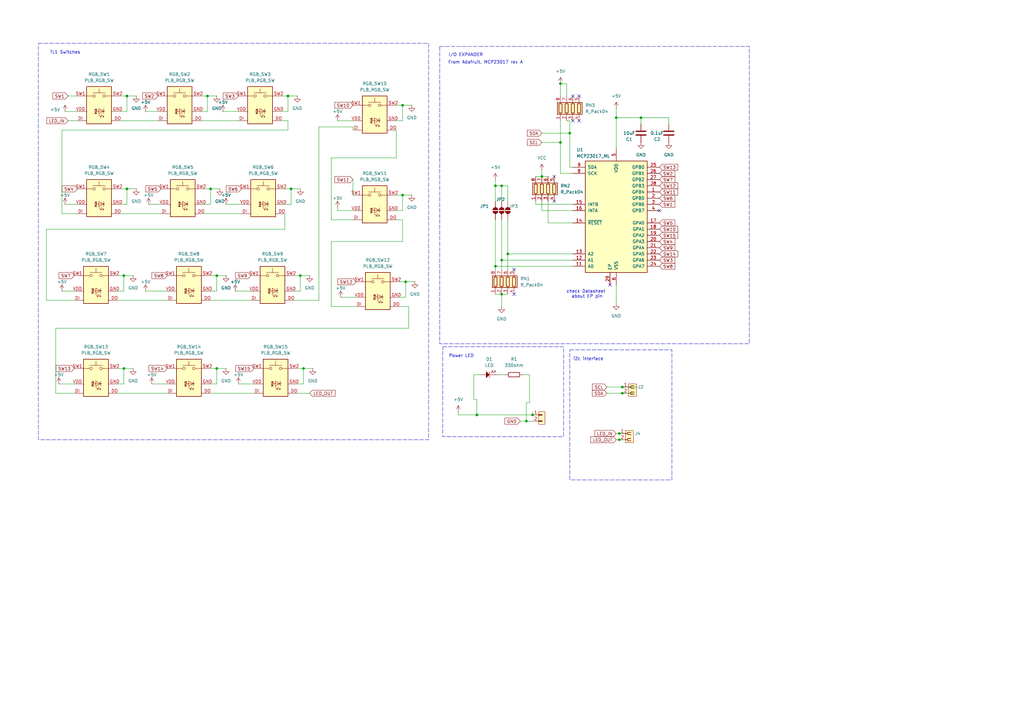
<source format=kicad_sch>
(kicad_sch (version 20231120) (generator "eeschema") (generator_version "8.0")
  (paper "A3")
  (lib_symbols
    (symbol "Device:C" (pin_numbers hide) (pin_names (offset 0.254))
      (property "Reference" "C" (at 0.635 2.54 0))
      (property "Value" "C" (at 0.635 -2.54 0))
      (symbol "C_0_1"
        (polyline (pts (xy -2.032 -0.762) (xy 2.032 -0.762)) (stroke (width 0.508)))
        (polyline (pts (xy -2.032 0.762) (xy 2.032 0.762)) (stroke (width 0.508)))
      )
      (symbol "C_1_1"
        (pin passive line (at 0 3.81 270) (length 2.794) (name "~") (number "1"))
        (pin passive line (at 0 -3.81 90) (length 2.794) (name "~") (number "2"))
      )
    )
    (symbol "Device:R_Pack04" (pin_names (offset 0) hide)
      (property "Reference" "RN" (at -7.62 0 90))
      (property "Value" "R_Pack04" (at 5.08 0 90))
      (symbol "R_Pack04_0_1"
        (rectangle (start -6.35 -2.413) (end 3.81 2.413) (stroke (width 0.254)) (fill (type background)))
        (rectangle (start -5.715 1.905) (end -4.445 -1.905) (stroke (width 0.254)))
        (rectangle (start -3.175 1.905) (end -1.905 -1.905) (stroke (width 0.254)))
        (rectangle (start -0.635 1.905) (end 0.635 -1.905) (stroke (width 0.254)))
        (polyline (pts (xy -5.08 -2.54) (xy -5.08 -1.905)))
        (polyline (pts (xy -5.08 1.905) (xy -5.08 2.54)))
        (polyline (pts (xy -2.54 -2.54) (xy -2.54 -1.905)))
        (polyline (pts (xy -2.54 1.905) (xy -2.54 2.54)))
        (polyline (pts (xy 0 -2.54) (xy 0 -1.905)))
        (polyline (pts (xy 0 1.905) (xy 0 2.54)))
        (polyline (pts (xy 2.54 -2.54) (xy 2.54 -1.905)))
        (polyline (pts (xy 2.54 1.905) (xy 2.54 2.54)))
        (rectangle (start 1.905 1.905) (end 3.175 -1.905) (stroke (width 0.254)))
      )
      (symbol "R_Pack04_1_1"
        (pin passive line (at -5.08 -5.08 90) (length 2.54) (name "R1.1") (number "1"))
        (pin passive line (at -2.54 -5.08 90) (length 2.54) (name "R2.1") (number "2"))
        (pin passive line (at 0 -5.08 90) (length 2.54) (name "R3.1") (number "3"))
        (pin passive line (at 2.54 -5.08 90) (length 2.54) (name "R4.1") (number "4"))
        (pin passive line (at 2.54 5.08 270) (length 2.54) (name "R4.2") (number "5"))
        (pin passive line (at 0 5.08 270) (length 2.54) (name "R3.2") (number "6"))
        (pin passive line (at -2.54 5.08 270) (length 2.54) (name "R2.2") (number "7"))
        (pin passive line (at -5.08 5.08 270) (length 2.54) (name "R1.2") (number "8"))
      )
    )
    (symbol "Interactiles_Symbol_Library:PLB_RGB_SW" (pin_names (offset 1.016) hide)
      (property "Reference" "RGB_SW" (at -3.556 8.636 0))
      (property "Value" "PLB_RGB_SW" (at 0.254 -11.43 0))
      (symbol "PLB_RGB_SW_0_0"
        (text "RGB" (at -1.27 -3.81 900) (effects (font (size 0.762 0.762))))
      )
      (symbol "PLB_RGB_SW_0_1"
        (rectangle (start -5.08 6.35) (end 5.08 -8.89) (stroke (width 0.254)) (fill (type background)))
        (circle (center -2.032 2.54) (radius 0.508))
        (polyline (pts (xy 0 3.81) (xy 0 5.588)))
        (polyline (pts (xy 0.889 -6.096) (xy 0.889 -5.588)))
        (polyline (pts (xy 1.905 -6.096) (xy 1.905 -5.588)))
        (polyline (pts (xy 1.905 -2.667) (xy 1.905 -4.699)))
        (polyline (pts (xy 2.54 3.81) (xy -2.54 3.81)))
        (polyline (pts (xy -0.635 -3.683) (xy 1.905 -3.683) (xy 2.413 -3.683)))
        (polyline (pts (xy -0.127 -5.08) (xy 0.889 -6.096) (xy 0.381 -6.096)))
        (polyline (pts (xy 0.889 -5.08) (xy 1.905 -6.096) (xy 1.397 -6.096)))
        (polyline (pts (xy -0.127 -2.667) (xy -0.127 -4.699) (xy 1.905 -3.683) (xy -0.127 -2.667)))
        (circle (center 2.032 2.54) (radius 0.508))
      )
      (symbol "PLB_RGB_SW_1_1"
        (polyline (pts (xy -6.35 -7.62) (xy -5.08 -7.62)))
        (polyline (pts (xy -6.35 -3.81) (xy -5.08 -3.81)))
        (polyline (pts (xy -6.35 2.54) (xy -2.54 2.54)))
        (polyline (pts (xy 6.35 -7.62) (xy 5.08 -7.62)))
        (polyline (pts (xy 6.35 -3.81) (xy 5.08 -3.81)))
        (polyline (pts (xy 6.35 2.54) (xy 2.54 2.54)))
        (pin input line (at -8.89 -7.62 0) (length 2.54) (name "DIN") (number "DI"))
        (pin output line (at 8.89 -7.62 180) (length 2.54) (name "DO") (number "DO"))
        (pin power_in line (at 8.89 -3.81 180) (length 2.54) (name "GND") (number "GND"))
        (pin passive line (at -8.89 2.54 0) (length 2.54) (name "SW1") (number "SW1"))
        (pin passive line (at 8.89 2.54 180) (length 2.54) (name "SW2") (number "SW2"))
        (pin power_in line (at -8.89 -3.81 0) (length 2.54) (name "VDD") (number "VDD"))
      )
    )
    (symbol "Interface_Expansion:MCP23017_ML" (pin_names (offset 1.016))
      (property "Reference" "U" (at -11.43 24.13 0))
      (property "Value" "MCP23017_ML" (at 0 0 0))
      (symbol "MCP23017_ML_0_1"
        (rectangle (start -12.7 22.86) (end 12.7 -22.86) (stroke (width 0.254)) (fill (type background)))
      )
      (symbol "MCP23017_ML_1_1"
        (pin bidirectional line (at 17.78 10.16 180) (length 5.08) (name "GPB4") (number "1"))
        (pin no_connect line (at -12.7 12.7 0) (length 5.08) hide (name "NC") (number "10"))
        (pin input line (at -17.78 -20.32 0) (length 5.08) (name "A0") (number "11"))
        (pin input line (at -17.78 -17.78 0) (length 5.08) (name "A1") (number "12"))
        (pin input line (at -17.78 -15.24 0) (length 5.08) (name "A2") (number "13"))
        (pin input line (at -17.78 -2.54 0) (length 5.08) (name "~{RESET}") (number "14"))
        (pin tri_state line (at -17.78 5.08 0) (length 5.08) (name "INTB") (number "15"))
        (pin tri_state line (at -17.78 2.54 0) (length 5.08) (name "INTA") (number "16"))
        (pin bidirectional line (at 17.78 -2.54 180) (length 5.08) (name "GPA0") (number "17"))
        (pin bidirectional line (at 17.78 -5.08 180) (length 5.08) (name "GPA1") (number "18"))
        (pin bidirectional line (at 17.78 -7.62 180) (length 5.08) (name "GPA2") (number "19"))
        (pin bidirectional line (at 17.78 7.62 180) (length 5.08) (name "GPB5") (number "2"))
        (pin bidirectional line (at 17.78 -10.16 180) (length 5.08) (name "GPA3") (number "20"))
        (pin bidirectional line (at 17.78 -12.7 180) (length 5.08) (name "GPA4") (number "21"))
        (pin bidirectional line (at 17.78 -15.24 180) (length 5.08) (name "GPA5") (number "22"))
        (pin bidirectional line (at 17.78 -17.78 180) (length 5.08) (name "GPA6") (number "23"))
        (pin bidirectional line (at 17.78 -20.32 180) (length 5.08) (name "GPA7") (number "24"))
        (pin bidirectional line (at 17.78 20.32 180) (length 5.08) (name "GPB0") (number "25"))
        (pin bidirectional line (at 17.78 17.78 180) (length 5.08) (name "GPB1") (number "26"))
        (pin bidirectional line (at 17.78 15.24 180) (length 5.08) (name "GPB2") (number "27"))
        (pin bidirectional line (at 17.78 12.7 180) (length 5.08) (name "GPB3") (number "28"))
        (pin passive line (at -2.54 -27.94 90) (length 5.08) (name "EP") (number "29"))
        (pin bidirectional line (at 17.78 5.08 180) (length 5.08) (name "GPB6") (number "3"))
        (pin bidirectional line (at 17.78 2.54 180) (length 5.08) (name "GPB7") (number "4"))
        (pin power_in line (at 0 27.94 270) (length 5.08) (name "VDD") (number "5"))
        (pin power_in line (at 0 -27.94 90) (length 5.08) (name "VSS") (number "6"))
        (pin no_connect line (at -12.7 15.24 0) (length 5.08) hide (name "NC") (number "7"))
        (pin input line (at -17.78 17.78 0) (length 5.08) (name "SCK") (number "8"))
        (pin bidirectional line (at -17.78 20.32 0) (length 5.08) (name "SDA") (number "9"))
      )
    )
    (symbol "Jumper:SolderJumper_2_Open" (pin_numbers hide) (pin_names (offset 0) hide) (exclude_from_sim yes) (in_bom no)
      (property "Reference" "JP" (at 0 2.032 0))
      (property "Value" "SolderJumper_2_Open" (at 0 -2.54 0))
      (symbol "SolderJumper_2_Open_0_1"
        (arc (start -0.254 1.016) (mid -1.2656 0) (end -0.254 -1.016))
        (arc (start -0.254 1.016) (mid -1.2656 0) (end -0.254 -1.016) (fill (type outline)))
        (polyline (pts (xy -0.254 1.016) (xy -0.254 -1.016)))
        (polyline (pts (xy 0.254 1.016) (xy 0.254 -1.016)))
        (arc (start 0.254 -1.016) (mid 1.2656 0) (end 0.254 1.016))
        (arc (start 0.254 -1.016) (mid 1.2656 0) (end 0.254 1.016) (fill (type outline)))
      )
      (symbol "SolderJumper_2_Open_1_1"
        (pin passive line (at -3.81 0 0) (length 2.54) (name "A") (number "1"))
        (pin passive line (at 3.81 0 180) (length 2.54) (name "B") (number "2"))
      )
    )
    (symbol "PCM_SL_Devices:LED"
      (property "Reference" "D" (at -0.508 5.334 0))
      (property "Value" "LED" (at -0.508 2.794 0))
      (symbol "LED_0_1"
        (polyline (pts (xy -1.27 0) (xy -2.54 0)))
        (polyline (pts (xy 0 1.27) (xy 0 -1.27)))
        (polyline (pts (xy 0.508 0.508) (xy 1.524 1.524)))
        (polyline (pts (xy 1.27 0) (xy 2.54 0)))
        (polyline (pts (xy 1.524 0.508) (xy 2.54 1.524)))
        (polyline (pts (xy 1.524 1.524) (xy 0.889 1.524)))
        (polyline (pts (xy 1.524 1.524) (xy 1.524 0.889)))
        (polyline (pts (xy 2.54 1.524) (xy 1.905 1.524)))
        (polyline (pts (xy 2.54 1.524) (xy 2.54 0.889)))
        (polyline (pts (xy 0 0) (xy -1.27 -1.27) (xy -1.27 1.27) (xy 0 0) (xy 1.27 0)) (fill (type outline)))
      )
      (symbol "LED_1_1"
        (pin passive line (at 3.81 0 180) (length 1.5) (name "~") (number "1"))
        (pin passive line (at -3.81 0 0) (length 1.5) (name "") (number "2"))
      )
    )
    (symbol "PCM_SL_Pin_Headers:PINHD_1x2_Female"
      (property "Reference" "J" (at 0 7.62 0))
      (property "Value" "PINHD_1x2_Female" (at 0 5.08 0))
      (symbol "PINHD_1x2_Female_0_1"
        (rectangle (start -1.27 2.54) (end 1.905 -2.54) (fill (type background)))
        (arc (start -0.508 -1.27) (mid -0.3592 -1.6292) (end 0 -1.778) (stroke (width 0.25)))
        (arc (start -0.508 1.27) (mid -0.3592 0.9108) (end 0 0.762) (stroke (width 0.25)))
        (arc (start 0 -0.762) (mid -0.3592 -0.9108) (end -0.508 -1.27) (stroke (width 0.25)))
        (polyline (pts (xy -1.27 -1.27) (xy -0.508 -1.27)) (stroke (width 0.25)))
        (polyline (pts (xy -1.27 1.27) (xy -0.508 1.27)) (stroke (width 0.25)))
        (polyline (pts (xy 0 -1.778) (xy 1.016 -1.778)) (stroke (width 0.25)))
        (polyline (pts (xy 0 -0.762) (xy 1.016 -0.762)) (stroke (width 0.25)))
        (polyline (pts (xy 0 0.762) (xy 1.016 0.762)) (stroke (width 0.25)))
        (polyline (pts (xy 0 1.778) (xy 1.016 1.778)) (stroke (width 0.25)))
        (arc (start 0 1.778) (mid -0.3592 1.6292) (end -0.508 1.27) (stroke (width 0.25)))
      )
      (symbol "PINHD_1x2_Female_1_1"
        (pin passive line (at -3.81 1.27 0) (length 2.54) (name "") (number "1"))
        (pin passive line (at -3.81 -1.27 0) (length 2.54) (name "") (number "2"))
      )
    )
    (symbol "PCM_SL_Pin_Headers:PINHD_1x2_Male"
      (property "Reference" "J" (at 0 6.35 0))
      (property "Value" "PINHD_1x2_Male" (at 0 3.81 0))
      (symbol "PINHD_1x2_Male_0_1"
        (rectangle (start -1.27 2.54) (end 1.27 -2.54) (fill (type background)))
        (polyline (pts (xy -1.27 -1.27) (xy 0 -1.27)) (stroke (width 0.3)))
        (polyline (pts (xy -1.27 -1.27) (xy 0 -1.27)) (stroke (width 0.5)))
        (polyline (pts (xy -1.27 1.27) (xy 0 1.27)) (stroke (width 0.3)))
        (polyline (pts (xy -1.27 1.27) (xy 0 1.27)) (stroke (width 0.5)))
      )
      (symbol "PINHD_1x2_Male_1_1"
        (pin passive line (at -3.81 1.27 0) (length 2.54) (name "") (number "1"))
        (pin passive line (at -3.81 -1.27 0) (length 2.54) (name "") (number "2"))
      )
    )
    (symbol "PCM_SL_Resistors:330ohm"
      (property "Reference" "R" (at 0 5.08 0))
      (property "Value" "330ohm" (at 0 2.54 0))
      (symbol "330ohm_0_1"
        (rectangle (start -2.286 0.889) (end 2.286 -0.889) (stroke (width 0.24)))
      )
      (symbol "330ohm_1_1"
        (pin passive line (at -3.81 0 0) (length 1.5) (name "") (number "1"))
        (pin passive line (at 3.81 0 180) (length 1.5) (name "~") (number "2"))
      )
    )
    (symbol "power:+5V" (power) (pin_numbers hide) (pin_names (offset 0) hide)
      (property "Value" "+5V" (at 0 3.556 0))
      (symbol "+5V_0_1"
        (polyline (pts (xy -0.762 1.27) (xy 0 2.54)))
        (polyline (pts (xy 0 0) (xy 0 2.54)))
        (polyline (pts (xy 0 2.54) (xy 0.762 1.27)))
      )
      (symbol "+5V_1_1"
        (pin power_in line (at 0 0 90) (length 0) (name "~") (number "1"))
      )
    )
    (symbol "power:GND" (power) (pin_numbers hide) (pin_names (offset 0) hide)
      (property "Value" "GND" (at 0 -3.81 0))
      (symbol "GND_0_1"
        (polyline (pts (xy 0 0) (xy 0 -1.27) (xy 1.27 -1.27) (xy 0 -2.54) (xy -1.27 -1.27) (xy 0 -1.27)))
      )
      (symbol "GND_1_1"
        (pin power_in line (at 0 0 270) (length 0) (name "~") (number "1"))
      )
    )
    (symbol "power:VCC" (power) (pin_numbers hide) (pin_names (offset 0) hide)
      (property "Value" "VCC" (at 0 3.556 0))
      (symbol "VCC_0_1"
        (polyline (pts (xy -0.762 1.27) (xy 0 2.54)))
        (polyline (pts (xy 0 0) (xy 0 2.54)))
        (polyline (pts (xy 0 2.54) (xy 0.762 1.27)))
      )
      (symbol "VCC_1_1"
        (pin power_in line (at 0 0 90) (length 0) (name "~") (number "1"))
      )
    )
  )
  (junction (at 229.87 58.42))
  (junction (at 123.19 113.03))
  (junction (at 195.58 170.18))
  (junction (at 88.9 113.03))
  (junction (at 255.27 158.75))
  (junction (at 262.89 48.26))
  (junction (at 233.68 54.61))
  (junction (at 203.2 109.22))
  (junction (at 124.46 151.13))
  (junction (at 119.38 77.47))
  (junction (at 222.25 72.39))
  (junction (at 166.37 115.57))
  (junction (at 52.07 77.47))
  (junction (at 52.07 39.37))
  (junction (at 165.1 43.18))
  (junction (at 205.74 106.68))
  (junction (at 165.1 80.01))
  (junction (at 254 180.34))
  (junction (at 203.2 76.2))
  (junction (at 218.44 170.18))
  (junction (at 255.27 161.29))
  (junction (at 205.74 120.65))
  (junction (at 50.8 151.13))
  (junction (at 205.74 76.2))
  (junction (at 86.36 77.47))
  (junction (at 215.9 172.72))
  (junction (at 252.73 48.26))
  (junction (at 85.09 39.37))
  (junction (at 118.11 39.37))
  (junction (at 50.8 113.03))
  (junction (at 254 177.8))
  (junction (at 88.9 151.13))
  (junction (at 229.87 34.29))
  (junction (at 208.28 104.14))
  (no_connect (at 234.95 39.37))
  (no_connect (at 210.82 110.49))
  (no_connect (at 250.19 116.84))
  (no_connect (at 210.82 120.65))
  (no_connect (at 270.51 86.36))
  (no_connect (at 237.49 49.53))
  (no_connect (at 227.33 72.39))
  (no_connect (at 227.33 82.55))
  (no_connect (at 234.95 49.53))
  (no_connect (at 237.49 39.37))
  (wire (pts (xy 217.17 165.1) (xy 215.9 165.1)))
  (wire (pts (xy 88.9 113.03) (xy 92.71 113.03)))
  (wire (pts (xy 205.74 90.17) (xy 205.74 106.68)))
  (wire (pts (xy 52.07 83.82) (xy 49.53 83.82)))
  (wire (pts (xy 165.1 49.53) (xy 162.56 49.53)))
  (wire (pts (xy 203.2 76.2) (xy 205.74 76.2)))
  (wire (pts (xy 25.4 53.34) (xy 25.4 87.63)))
  (wire (pts (xy 120.65 123.19) (xy 130.81 123.19)))
  (wire (pts (xy 19.05 123.19) (xy 30.48 123.19)))
  (wire (pts (xy 205.74 120.65) (xy 205.74 125.73)))
  (wire (pts (xy 162.56 53.34) (xy 162.56 64.77)))
  (wire (pts (xy 217.17 153.67) (xy 217.17 165.1)))
  (wire (pts (xy 124.46 151.13) (xy 128.27 151.13)))
  (wire (pts (xy 138.43 86.36) (xy 144.78 86.36)))
  (wire (pts (xy 144.78 73.66) (xy 144.78 80.01)))
  (wire (pts (xy 85.09 39.37) (xy 85.09 45.72)))
  (wire (pts (xy 203.2 120.65) (xy 205.74 120.65)))
  (wire (pts (xy 252.73 124.46) (xy 252.73 116.84)))
  (wire (pts (xy 130.81 52.07) (xy 144.78 52.07)))
  (wire (pts (xy 234.95 86.36) (xy 222.25 86.36)))
  (wire (pts (xy 86.36 161.29) (xy 104.14 161.29)))
  (wire (pts (xy 49.53 49.53) (xy 64.77 49.53)))
  (wire (pts (xy 119.38 83.82) (xy 116.84 83.82)))
  (wire (pts (xy 215.9 172.72) (xy 218.44 172.72)))
  (wire (pts (xy 116.84 93.98) (xy 19.05 93.98)))
  (wire (pts (xy 255.27 180.34) (xy 254 180.34)))
  (wire (pts (xy 118.11 49.53) (xy 118.11 53.34)))
  (wire (pts (xy 254 180.34) (xy 252.73 180.34)))
  (wire (pts (xy 115.57 49.53) (xy 118.11 49.53)))
  (wire (pts (xy 215.9 165.1) (xy 215.9 172.72)))
  (wire (pts (xy 166.37 115.57) (xy 163.83 115.57)))
  (wire (pts (xy 208.28 76.2) (xy 208.28 82.55)))
  (wire (pts (xy 52.07 77.47) (xy 52.07 83.82)))
  (wire (pts (xy 219.71 83.82) (xy 219.71 82.55)))
  (wire (pts (xy 262.89 48.26) (xy 274.32 48.26)))
  (wire (pts (xy 97.79 157.48) (xy 104.14 157.48)))
  (wire (pts (xy 162.56 86.36) (xy 165.1 86.36)))
  (wire (pts (xy 118.11 39.37) (xy 121.92 39.37)))
  (wire (pts (xy 222.25 82.55) (xy 222.25 86.36)))
  (wire (pts (xy 123.19 119.38) (xy 120.65 119.38)))
  (wire (pts (xy 205.74 106.68) (xy 205.74 110.49)))
  (wire (pts (xy 49.53 45.72) (xy 52.07 45.72)))
  (wire (pts (xy 229.87 71.12) (xy 229.87 58.42)))
  (wire (pts (xy 52.07 39.37) (xy 49.53 39.37)))
  (wire (pts (xy 52.07 77.47) (xy 49.53 77.47)))
  (wire (pts (xy 123.19 113.03) (xy 120.65 113.03)))
  (wire (pts (xy 27.94 39.37) (xy 31.75 39.37)))
  (wire (pts (xy 127 161.29) (xy 121.92 161.29)))
  (wire (pts (xy 50.8 151.13) (xy 50.8 157.48)))
  (wire (pts (xy 217.17 153.67) (xy 214.63 153.67)))
  (wire (pts (xy 135.89 125.73) (xy 146.05 125.73)))
  (wire (pts (xy 88.9 151.13) (xy 88.9 157.48)))
  (wire (pts (xy 27.94 49.53) (xy 31.75 49.53)))
  (wire (pts (xy 123.19 113.03) (xy 123.19 119.38)))
  (wire (pts (xy 234.95 91.44) (xy 224.79 91.44)))
  (wire (pts (xy 165.1 80.01) (xy 168.91 80.01)))
  (wire (pts (xy 274.32 50.8) (xy 274.32 48.26)))
  (wire (pts (xy 135.89 99.06) (xy 135.89 125.73)))
  (wire (pts (xy 52.07 39.37) (xy 55.88 39.37)))
  (wire (pts (xy 222.25 69.85) (xy 222.25 72.39)))
  (wire (pts (xy 86.36 83.82) (xy 83.82 83.82)))
  (wire (pts (xy 88.9 151.13) (xy 86.36 151.13)))
  (wire (pts (xy 130.81 123.19) (xy 130.81 52.07)))
  (wire (pts (xy 26.67 83.82) (xy 31.75 83.82)))
  (wire (pts (xy 138.43 86.36) (xy 138.43 85.09)))
  (wire (pts (xy 138.43 49.53) (xy 144.78 49.53)))
  (wire (pts (xy 59.69 119.38) (xy 68.58 119.38)))
  (wire (pts (xy 85.09 45.72) (xy 82.55 45.72)))
  (wire (pts (xy 252.73 48.26) (xy 252.73 60.96)))
  (wire (pts (xy 222.25 58.42) (xy 229.87 58.42)))
  (wire (pts (xy 165.1 43.18) (xy 168.91 43.18)))
  (wire (pts (xy 19.05 93.98) (xy 19.05 123.19)))
  (wire (pts (xy 165.1 90.17) (xy 165.1 99.06)))
  (wire (pts (xy 62.23 157.48) (xy 68.58 157.48)))
  (wire (pts (xy 205.74 76.2) (xy 205.74 82.55)))
  (wire (pts (xy 52.07 39.37) (xy 52.07 45.72)))
  (wire (pts (xy 119.38 77.47) (xy 116.84 77.47)))
  (wire (pts (xy 25.4 119.38) (xy 30.48 119.38)))
  (wire (pts (xy 232.41 49.53) (xy 233.68 49.53)))
  (wire (pts (xy 229.87 34.29) (xy 229.87 39.37)))
  (wire (pts (xy 92.71 83.82) (xy 99.06 83.82)))
  (wire (pts (xy 96.52 119.38) (xy 102.87 119.38)))
  (wire (pts (xy 86.36 77.47) (xy 90.17 77.47)))
  (wire (pts (xy 194.31 153.67) (xy 194.31 163.83)))
  (wire (pts (xy 48.26 161.29) (xy 68.58 161.29)))
  (wire (pts (xy 248.92 161.29) (xy 255.27 161.29)))
  (wire (pts (xy 205.74 106.68) (xy 234.95 106.68)))
  (wire (pts (xy 118.11 53.34) (xy 25.4 53.34)))
  (wire (pts (xy 49.53 87.63) (xy 66.04 87.63)))
  (wire (pts (xy 262.89 50.8) (xy 262.89 48.26)))
  (wire (pts (xy 50.8 151.13) (xy 54.61 151.13)))
  (wire (pts (xy 22.86 134.62) (xy 22.86 161.29)))
  (wire (pts (xy 222.25 72.39) (xy 224.79 72.39)))
  (wire (pts (xy 260.35 161.29) (xy 255.27 161.29)))
  (wire (pts (xy 213.36 172.72) (xy 215.9 172.72)))
  (wire (pts (xy 165.1 80.01) (xy 165.1 86.36)))
  (wire (pts (xy 166.37 115.57) (xy 166.37 121.92)))
  (wire (pts (xy 208.28 90.17) (xy 208.28 104.14)))
  (wire (pts (xy 222.25 54.61) (xy 233.68 54.61)))
  (wire (pts (xy 208.28 110.49) (xy 208.28 104.14)))
  (wire (pts (xy 187.96 170.18) (xy 195.58 170.18)))
  (wire (pts (xy 48.26 123.19) (xy 68.58 123.19)))
  (wire (pts (xy 165.1 80.01) (xy 162.56 80.01)))
  (wire (pts (xy 88.9 113.03) (xy 86.36 113.03)))
  (wire (pts (xy 50.8 113.03) (xy 50.8 119.38)))
  (wire (pts (xy 118.11 39.37) (xy 118.11 45.72)))
  (wire (pts (xy 123.19 113.03) (xy 127 113.03)))
  (wire (pts (xy 187.96 168.91) (xy 187.96 170.18)))
  (wire (pts (xy 205.74 120.65) (xy 208.28 120.65)))
  (wire (pts (xy 194.31 163.83) (xy 195.58 163.83)))
  (wire (pts (xy 91.44 45.72) (xy 97.79 45.72)))
  (wire (pts (xy 25.4 87.63) (xy 31.75 87.63)))
  (wire (pts (xy 85.09 39.37) (xy 88.9 39.37)))
  (wire (pts (xy 144.78 52.07) (xy 144.78 53.34)))
  (wire (pts (xy 88.9 151.13) (xy 92.71 151.13)))
  (wire (pts (xy 139.7 121.92) (xy 146.05 121.92)))
  (wire (pts (xy 205.74 76.2) (xy 208.28 76.2)))
  (wire (pts (xy 124.46 157.48) (xy 121.92 157.48)))
  (wire (pts (xy 167.64 134.62) (xy 22.86 134.62)))
  (wire (pts (xy 256.54 177.8) (xy 254 177.8)))
  (wire (pts (xy 248.92 158.75) (xy 255.27 158.75)))
  (wire (pts (xy 195.58 170.18) (xy 218.44 170.18)))
  (wire (pts (xy 219.71 83.82) (xy 234.95 83.82)))
  (wire (pts (xy 50.8 157.48) (xy 48.26 157.48)))
  (wire (pts (xy 124.46 151.13) (xy 121.92 151.13)))
  (wire (pts (xy 52.07 77.47) (xy 55.88 77.47)))
  (wire (pts (xy 166.37 115.57) (xy 170.18 115.57)))
  (wire (pts (xy 207.01 153.67) (xy 204.47 153.67)))
  (wire (pts (xy 163.83 125.73) (xy 167.64 125.73)))
  (wire (pts (xy 119.38 77.47) (xy 123.19 77.47)))
  (wire (pts (xy 22.86 161.29) (xy 30.48 161.29)))
  (wire (pts (xy 208.28 104.14) (xy 234.95 104.14)))
  (wire (pts (xy 163.83 121.92) (xy 166.37 121.92)))
  (wire (pts (xy 219.71 72.39) (xy 222.25 72.39)))
  (wire (pts (xy 167.64 125.73) (xy 167.64 134.62)))
  (wire (pts (xy 88.9 113.03) (xy 88.9 119.38)))
  (wire (pts (xy 203.2 90.17) (xy 203.2 109.22)))
  (wire (pts (xy 165.1 43.18) (xy 162.56 43.18)))
  (wire (pts (xy 26.67 45.72) (xy 31.75 45.72)))
  (wire (pts (xy 50.8 113.03) (xy 48.26 113.03)))
  (wire (pts (xy 229.87 58.42) (xy 229.87 49.53)))
  (wire (pts (xy 203.2 73.66) (xy 203.2 76.2)))
  (wire (pts (xy 224.79 91.44) (xy 224.79 82.55)))
  (wire (pts (xy 86.36 119.38) (xy 88.9 119.38)))
  (wire (pts (xy 124.46 151.13) (xy 124.46 157.48)))
  (wire (pts (xy 86.36 77.47) (xy 83.82 77.47)))
  (wire (pts (xy 165.1 43.18) (xy 165.1 49.53)))
  (wire (pts (xy 50.8 119.38) (xy 48.26 119.38)))
  (wire (pts (xy 135.89 64.77) (xy 135.89 90.17)))
  (wire (pts (xy 82.55 49.53) (xy 97.79 49.53)))
  (wire (pts (xy 165.1 99.06) (xy 135.89 99.06)))
  (wire (pts (xy 83.82 87.63) (xy 99.06 87.63)))
  (wire (pts (xy 119.38 77.47) (xy 119.38 83.82)))
  (wire (pts (xy 195.58 163.83) (xy 195.58 170.18)))
  (wire (pts (xy 116.84 87.63) (xy 116.84 93.98)))
  (wire (pts (xy 233.68 54.61) (xy 233.68 49.53)))
  (wire (pts (xy 60.96 83.82) (xy 66.04 83.82)))
  (wire (pts (xy 162.56 64.77) (xy 135.89 64.77)))
  (wire (pts (xy 234.95 68.58) (xy 233.68 68.58)))
  (wire (pts (xy 24.13 157.48) (xy 30.48 157.48)))
  (wire (pts (xy 261.62 158.75) (xy 255.27 158.75)))
  (wire (pts (xy 162.56 90.17) (xy 165.1 90.17)))
  (wire (pts (xy 252.73 48.26) (xy 262.89 48.26)))
  (wire (pts (xy 203.2 109.22) (xy 234.95 109.22)))
  (wire (pts (xy 254 177.8) (xy 252.73 177.8)))
  (wire (pts (xy 234.95 71.12) (xy 229.87 71.12)))
  (wire (pts (xy 252.73 44.45) (xy 252.73 48.26)))
  (wire (pts (xy 203.2 76.2) (xy 203.2 82.55)))
  (wire (pts (xy 194.31 153.67) (xy 196.85 153.67)))
  (wire (pts (xy 88.9 157.48) (xy 86.36 157.48)))
  (wire (pts (xy 233.68 68.58) (xy 233.68 54.61)))
  (wire (pts (xy 118.11 45.72) (xy 115.57 45.72)))
  (wire (pts (xy 50.8 113.03) (xy 54.61 113.03)))
  (wire (pts (xy 85.09 39.37) (xy 82.55 39.37)))
  (wire (pts (xy 229.87 34.29) (xy 232.41 34.29)))
  (wire (pts (xy 218.44 168.91) (xy 218.44 170.18)))
  (wire (pts (xy 118.11 39.37) (xy 115.57 39.37)))
  (wire (pts (xy 203.2 110.49) (xy 203.2 109.22)))
  (wire (pts (xy 50.8 151.13) (xy 48.26 151.13)))
  (wire (pts (xy 59.69 45.72) (xy 64.77 45.72)))
  (wire (pts (xy 86.36 77.47) (xy 86.36 83.82)))
  (wire (pts (xy 86.36 123.19) (xy 102.87 123.19)))
  (wire (pts (xy 232.41 34.29) (xy 232.41 39.37)))
  (wire (pts (xy 135.89 90.17) (xy 144.78 90.17)))
  (rectangle (start 15.748 17.78) (end 175.768 180.34) (stroke (width 0) (type dash)))
  (rectangle (start 180.34 19.05) (end 307.34 140.97) (stroke (width 0) (type dash)))
  (rectangle (start 181.61 142.24) (end 231.14 179.07) (stroke (width 0) (type dash)))
  (rectangle (start 233.68 143.51) (end 275.59 196.85) (stroke (width 0) (type dash)))
  (text "i2c interface" (at 241.3 147.32 0) (effects (font (size 1.27 1.27))))
  (text "check Datasheet \nabout EP pin" (at 240.792 120.65 0) (effects (font (size 1.27 1.27))))
  (text "TL1 Switches\n" (at 26.67 21.59 0) (effects (font (size 1.27 1.27))))
  (text "From Adafruit, MCP23017 rev A" (at 199.136 25.654 0) (effects (font (size 1.27 1.27))))
  (text "I/O EXPANDER" (at 191.008 22.606 0) (effects (font (size 1.27 1.27))))
  (text "Power LED" (at 189.23 146.05 0) (effects (font (size 1.27 1.27))))
  (global_label "SW2" (shape input) (at 64.77 39.37 180) (property "Intersheetrefs" "${INTERSHEET_REFS}" (effects (hide yes))))
  (global_label "SW15" (shape input) (at 270.51 96.52 0) (property "Intersheetrefs" "${INTERSHEET_REFS}" (effects (hide yes))))
  (global_label "SW5" (shape input) (at 66.04 77.47 180) (property "Intersheetrefs" "${INTERSHEET_REFS}" (effects (hide yes))))
  (global_label "SW7" (shape input) (at 270.51 73.66 0) (property "Intersheetrefs" "${INTERSHEET_REFS}" (effects (hide yes))))
  (global_label "SW14" (shape input) (at 68.58 151.13 180) (property "Intersheetrefs" "${INTERSHEET_REFS}" (effects (hide yes))))
  (global_label "SW14" (shape input) (at 270.51 104.14 0) (property "Intersheetrefs" "${INTERSHEET_REFS}" (effects (hide yes))))
  (global_label "SW10" (shape input) (at 270.51 93.98 0) (property "Intersheetrefs" "${INTERSHEET_REFS}" (effects (hide yes))))
  (global_label "SW12" (shape input) (at 146.05 115.57 180) (property "Intersheetrefs" "${INTERSHEET_REFS}" (effects (hide yes))))
  (global_label "SW4" (shape input) (at 31.75 77.47 180) (property "Intersheetrefs" "${INTERSHEET_REFS}" (effects (hide yes))))
  (global_label "SW1" (shape input) (at 27.94 39.37 180) (property "Intersheetrefs" "${INTERSHEET_REFS}" (effects (hide yes))))
  (global_label "SW9" (shape input) (at 270.51 101.6 0) (property "Intersheetrefs" "${INTERSHEET_REFS}" (effects (hide yes))))
  (global_label "LED_IN" (shape input) (at 27.94 49.53 180) (property "Intersheetrefs" "${INTERSHEET_REFS}" (effects (hide yes))))
  (global_label "SW8" (shape input) (at 270.51 109.22 0) (property "Intersheetrefs" "${INTERSHEET_REFS}" (effects (hide yes))))
  (global_label "SW5" (shape input) (at 270.51 91.44 0) (property "Intersheetrefs" "${INTERSHEET_REFS}" (effects (hide yes))))
  (global_label "SW4" (shape input) (at 270.51 99.06 0) (property "Intersheetrefs" "${INTERSHEET_REFS}" (effects (hide yes))))
  (global_label "SDA" (shape input) (at 248.92 161.29 180) (property "Intersheetrefs" "${INTERSHEET_REFS}" (effects (hide yes))))
  (global_label "SW13" (shape input) (at 270.51 68.58 0) (property "Intersheetrefs" "${INTERSHEET_REFS}" (effects (hide yes))))
  (global_label "GND" (shape input) (at 213.36 172.72 180) (property "Intersheetrefs" "${INTERSHEET_REFS}" (effects (hide yes))))
  (global_label "SW10" (shape input) (at 144.78 43.18 180) (property "Intersheetrefs" "${INTERSHEET_REFS}" (effects (hide yes))))
  (global_label "SW15" (shape input) (at 104.14 151.13 180) (property "Intersheetrefs" "${INTERSHEET_REFS}" (effects (hide yes))))
  (global_label "SW6" (shape input) (at 99.06 77.47 180) (property "Intersheetrefs" "${INTERSHEET_REFS}" (effects (hide yes))))
  (global_label "SW11" (shape input) (at 144.78 73.66 180) (property "Intersheetrefs" "${INTERSHEET_REFS}" (effects (hide yes))))
  (global_label "SW2" (shape input) (at 270.51 71.12 0) (property "Intersheetrefs" "${INTERSHEET_REFS}" (effects (hide yes))))
  (global_label "SW6" (shape input) (at 270.51 81.28 0) (property "Intersheetrefs" "${INTERSHEET_REFS}" (effects (hide yes))))
  (global_label "SW8" (shape input) (at 68.58 113.03 180) (property "Intersheetrefs" "${INTERSHEET_REFS}" (effects (hide yes))))
  (global_label "SW9" (shape input) (at 102.87 113.03 180) (property "Intersheetrefs" "${INTERSHEET_REFS}" (effects (hide yes))))
  (global_label "SCL" (shape input) (at 248.92 158.75 180) (property "Intersheetrefs" "${INTERSHEET_REFS}" (effects (hide yes))))
  (global_label "SW3" (shape input) (at 97.79 39.37 180) (property "Intersheetrefs" "${INTERSHEET_REFS}" (effects (hide yes))))
  (global_label "SDA" (shape input) (at 222.25 54.61 180) (property "Intersheetrefs" "${INTERSHEET_REFS}" (effects (hide yes))))
  (global_label "SCL" (shape input) (at 222.25 58.42 180) (property "Intersheetrefs" "${INTERSHEET_REFS}" (effects (hide yes))))
  (global_label "SW1" (shape input) (at 270.51 83.82 0) (property "Intersheetrefs" "${INTERSHEET_REFS}" (effects (hide yes))))
  (global_label "LED_OUT" (shape input) (at 252.73 180.34 180) (property "Intersheetrefs" "${INTERSHEET_REFS}" (effects (hide yes))))
  (global_label "SW13" (shape input) (at 30.48 151.13 180) (property "Intersheetrefs" "${INTERSHEET_REFS}" (effects (hide yes))))
  (global_label "SW11" (shape input) (at 270.51 78.74 0) (property "Intersheetrefs" "${INTERSHEET_REFS}" (effects (hide yes))))
  (global_label "SW3" (shape input) (at 270.51 106.68 0) (property "Intersheetrefs" "${INTERSHEET_REFS}" (effects (hide yes))))
  (global_label "SW12" (shape input) (at 270.51 76.2 0) (property "Intersheetrefs" "${INTERSHEET_REFS}" (effects (hide yes))))
  (global_label "LED_IN" (shape input) (at 252.73 177.8 180) (property "Intersheetrefs" "${INTERSHEET_REFS}" (effects (hide yes))))
  (global_label "LED_OUT" (shape input) (at 127 161.29 0) (property "Intersheetrefs" "${INTERSHEET_REFS}" (effects (hide yes))))
  (global_label "SW7" (shape input) (at 30.48 113.03 180) (property "Intersheetrefs" "${INTERSHEET_REFS}" (effects (hide yes))))
  (symbol (lib_id "power:+5V") (at 229.87 34.29 0) (unit 1)
    (property "Reference" "#PWR035" (effects (hide yes)))
    (property "Value" "+5V" (at 229.87 29.21 0))
    (property "Description" "Power symbol creates a global label with name \"+5V\"" (effects (hide yes)))
  )
  (symbol (lib_id "Interactiles_Symbol_Library:PLB_RGB_SW") (at 40.64 41.91 0) (unit 1)
    (property "Reference" "RGB_SW1" (at 40.64 30.48 0))
    (property "Value" "PLB_RGB_SW" (at 40.64 33.02 0))
    (property "Footprint" "SilvansFootprintLibrary:TL1_RBG_Adressable_1_mini" (effects (hide yes)))
  )
  (symbol (lib_id "power:+5V") (at 96.52 119.38 0) (unit 1)
    (property "Reference" "#PWR019" (effects (hide yes)))
    (property "Value" "+5V" (at 96.52 115.57 0))
    (property "Description" "Power symbol creates a global label with name \"+5V\"" (effects (hide yes)))
  )
  (symbol (lib_id "power:GND") (at 121.92 39.37 0) (unit 1)
    (property "Reference" "#PWR06" (effects (hide yes)))
    (property "Value" "GND" (at 121.92 44.45 0))
    (property "Description" "Power symbol creates a global label with name \"GND\" , ground" (effects (hide yes)))
  )
  (symbol (lib_id "Interactiles_Symbol_Library:PLB_RGB_SW") (at 153.67 45.72 0) (unit 1)
    (property "Reference" "RGB_SW10" (at 153.67 34.29 0))
    (property "Value" "PLB_RGB_SW" (at 153.67 36.83 0))
    (property "Footprint" "SilvansFootprintLibrary:TL1_RBG_Adressable_1_mini" (effects (hide yes)))
  )
  (symbol (lib_id "power:GND") (at 90.17 77.47 0) (unit 1)
    (property "Reference" "#PWR012" (effects (hide yes)))
    (property "Value" "GND" (at 90.17 82.55 0))
    (property "Description" "Power symbol creates a global label with name \"GND\" , ground" (effects (hide yes)))
  )
  (symbol (lib_id "power:+5V") (at 59.69 119.38 0) (unit 1)
    (property "Reference" "#PWR021" (effects (hide yes)))
    (property "Value" "+5V" (at 59.69 115.57 0))
    (property "Description" "Power symbol creates a global label with name \"+5V\"" (effects (hide yes)))
  )
  (symbol (lib_id "power:GND") (at 55.88 39.37 0) (unit 1)
    (property "Reference" "#PWR02" (effects (hide yes)))
    (property "Value" "GND" (at 55.88 44.45 0))
    (property "Description" "Power symbol creates a global label with name \"GND\" , ground" (effects (hide yes)))
  )
  (symbol (lib_id "power:GND") (at 205.74 125.73 0) (unit 1)
    (property "Reference" "#PWR036" (effects (hide yes)))
    (property "Value" "GND" (at 205.74 130.81 0))
    (property "Description" "Power symbol creates a global label with name \"GND\" , ground" (effects (hide yes)))
  )
  (symbol (lib_id "Device:R_Pack04") (at 234.95 44.45 0) (unit 1)
    (property "Reference" "RN3" (at 240.03 43.1799 0) (effects (justify left)))
    (property "Value" "R_Pack04" (at 240.03 45.7199 0) (effects (justify left)))
    (property "Footprint" "Resistor_SMD:R_Array_Convex_4x0603" (effects (hide yes)))
    (property "Description" "4 resistor network, parallel topology" (effects (hide yes)))
  )
  (symbol (lib_id "power:+5V") (at 25.4 119.38 0) (unit 1)
    (property "Reference" "#PWR023" (effects (hide yes)))
    (property "Value" "+5V" (at 25.4 115.57 0))
    (property "Description" "Power symbol creates a global label with name \"+5V\"" (effects (hide yes)))
  )
  (symbol (lib_id "Jumper:SolderJumper_2_Open") (at 208.28 86.36 90) (unit 1) (exclude_from_sim yes) (in_bom no)
    (property "Reference" "JP3" (at 208.788 84.582 90) (effects (justify right)))
    (property "Value" "SolderJumper_2_Open" (effects (hide yes)))
    (property "Footprint" "Jumper:SolderJumper-2_P1.3mm_Open_RoundedPad1.0x1.5mm" (effects (hide yes)))
    (property "Description" "Solder Jumper, 2-pole, open" (effects (hide yes)))
  )
  (symbol (lib_id "power:GND") (at 54.61 151.13 0) (unit 1)
    (property "Reference" "#PWR026" (effects (hide yes)))
    (property "Value" "GND" (at 54.61 156.21 0))
    (property "Description" "Power symbol creates a global label with name \"GND\" , ground" (effects (hide yes)))
  )
  (symbol (lib_id "power:GND") (at 92.71 113.03 0) (unit 1)
    (property "Reference" "#PWR022" (effects (hide yes)))
    (property "Value" "GND" (at 92.71 118.11 0))
    (property "Description" "Power symbol creates a global label with name \"GND\" , ground" (effects (hide yes)))
  )
  (symbol (lib_id "power:VCC") (at 222.25 69.85 0) (unit 1)
    (property "Reference" "#PWR038" (effects (hide yes)))
    (property "Value" "VCC" (at 222.25 64.77 0))
    (property "Description" "Power symbol creates a global label with name \"VCC\"" (effects (hide yes)))
  )
  (symbol (lib_id "Interactiles_Symbol_Library:PLB_RGB_SW") (at 106.68 41.91 0) (unit 1)
    (property "Reference" "RGB_SW3" (at 106.68 30.48 0))
    (property "Value" "PLB_RGB_SW" (at 106.68 33.02 0))
    (property "Footprint" "SilvansFootprintLibrary:TL1_RBG_Adressable_1_mini" (effects (hide yes)))
  )
  (symbol (lib_id "power:+5V") (at 97.79 157.48 0) (unit 1)
    (property "Reference" "#PWR029" (effects (hide yes)))
    (property "Value" "+5V" (at 97.79 153.67 0))
    (property "Description" "Power symbol creates a global label with name \"+5V\"" (effects (hide yes)))
  )
  (symbol (lib_id "power:+5V") (at 187.96 168.91 0) (unit 1)
    (property "Reference" "#PWR031" (effects (hide yes)))
    (property "Value" "+5V" (at 187.96 163.83 0))
    (property "Description" "Power symbol creates a global label with name \"+5V\"" (effects (hide yes)))
  )
  (symbol (lib_id "Jumper:SolderJumper_2_Open") (at 203.2 86.36 90) (unit 1) (exclude_from_sim yes) (in_bom no)
    (property "Reference" "JP1" (at 196.85 84.582 90) (effects (justify right)))
    (property "Value" "SolderJumper_2_Open" (effects (hide yes)))
    (property "Footprint" "Jumper:SolderJumper-2_P1.3mm_Open_RoundedPad1.0x1.5mm" (effects (hide yes)))
    (property "Description" "Solder Jumper, 2-pole, open" (effects (hide yes)))
  )
  (symbol (lib_id "Device:C") (at 274.32 54.61 0) (unit 1)
    (property "Reference" "C2" (at 269.494 57.15 0))
    (property "Value" "0.1uF" (at 269.494 54.61 0))
    (property "Footprint" "Capacitor_SMD:C_0603_1608Metric_Pad1.08x0.95mm_HandSolder" (effects (hide yes)))
    (property "Description" "Unpolarized capacitor" (effects (hide yes)))
  )
  (symbol (lib_id "power:+5V") (at 24.13 157.48 0) (unit 1)
    (property "Reference" "#PWR025" (effects (hide yes)))
    (property "Value" "+5V" (at 24.13 153.67 0))
    (property "Description" "Power symbol creates a global label with name \"+5V\"" (effects (hide yes)))
  )
  (symbol (lib_id "Interactiles_Symbol_Library:PLB_RGB_SW") (at 39.37 153.67 0) (unit 1)
    (property "Reference" "RGB_SW13" (at 39.37 142.24 0))
    (property "Value" "PLB_RGB_SW" (at 39.37 144.78 0))
    (property "Footprint" "SilvansFootprintLibrary:TL1_RBG_Adressable_1_mini" (effects (hide yes)))
  )
  (symbol (lib_id "Interactiles_Symbol_Library:PLB_RGB_SW") (at 77.47 153.67 0) (unit 1)
    (property "Reference" "RGB_SW14" (at 77.47 142.24 0))
    (property "Value" "PLB_RGB_SW" (at 77.47 144.78 0))
    (property "Footprint" "SilvansFootprintLibrary:TL1_RBG_Adressable_1_mini" (effects (hide yes)))
  )
  (symbol (lib_id "power:+5V") (at 138.43 49.53 0) (unit 1)
    (property "Reference" "#PWR07" (effects (hide yes)))
    (property "Value" "+5V" (at 138.43 45.72 0))
    (property "Description" "Power symbol creates a global label with name \"+5V\"" (effects (hide yes)))
  )
  (symbol (lib_id "power:GND") (at 168.91 43.18 0) (unit 1)
    (property "Reference" "#PWR08" (effects (hide yes)))
    (property "Value" "GND" (at 168.91 48.26 0))
    (property "Description" "Power symbol creates a global label with name \"GND\" , ground" (effects (hide yes)))
  )
  (symbol (lib_id "power:GND") (at 88.9 39.37 0) (unit 1)
    (property "Reference" "#PWR04" (effects (hide yes)))
    (property "Value" "GND" (at 88.9 44.45 0))
    (property "Description" "Power symbol creates a global label with name \"GND\" , ground" (effects (hide yes)))
  )
  (symbol (lib_id "power:GND") (at 168.91 80.01 0) (unit 1)
    (property "Reference" "#PWR016" (effects (hide yes)))
    (property "Value" "GND" (at 168.91 85.09 0))
    (property "Description" "Power symbol creates a global label with name \"GND\" , ground" (effects (hide yes)))
  )
  (symbol (lib_id "Device:R_Pack04") (at 224.79 77.47 0) (unit 1)
    (property "Reference" "RN2" (at 229.87 76.1999 0) (effects (justify left)))
    (property "Value" "R_Pack04" (at 229.87 78.7399 0) (effects (justify left)))
    (property "Footprint" "Resistor_SMD:R_Array_Convex_4x0603" (effects (hide yes)))
    (property "Description" "4 resistor network, parallel topology" (effects (hide yes)))
  )
  (symbol (lib_id "power:+5V") (at 138.43 85.09 0) (unit 1)
    (property "Reference" "#PWR015" (effects (hide yes)))
    (property "Value" "+5V" (at 138.43 81.28 0))
    (property "Description" "Power symbol creates a global label with name \"+5V\"" (effects (hide yes)))
  )
  (symbol (lib_id "Jumper:SolderJumper_2_Open") (at 205.74 86.36 90) (unit 1) (exclude_from_sim yes) (in_bom no)
    (property "Reference" "JP2" (at 203.454 81.788 90) (effects (justify right)))
    (property "Value" "SolderJumper_2_Open" (effects (hide yes)))
    (property "Footprint" "Jumper:SolderJumper-2_P1.3mm_Open_RoundedPad1.0x1.5mm" (effects (hide yes)))
    (property "Description" "Solder Jumper, 2-pole, open" (effects (hide yes)))
  )
  (symbol (lib_id "Device:R_Pack04") (at 208.28 115.57 0) (unit 1)
    (property "Reference" "RN1" (at 213.36 114.2999 0) (effects (justify left)))
    (property "Value" "R_Pack04" (at 213.36 116.8399 0) (effects (justify left)))
    (property "Footprint" "Resistor_SMD:R_Array_Convex_4x0603" (effects (hide yes)))
    (property "Description" "4 resistor network, parallel topology" (effects (hide yes)))
  )
  (symbol (lib_id "power:GND") (at 262.89 58.42 0) (unit 1)
    (property "Reference" "#PWR043" (effects (hide yes)))
    (property "Value" "GND" (at 262.89 63.5 0))
    (property "Description" "Power symbol creates a global label with name \"GND\" , ground" (effects (hide yes)))
  )
  (symbol (lib_id "power:+5V") (at 203.2 73.66 0) (unit 1)
    (property "Reference" "#PWR034" (effects (hide yes)))
    (property "Value" "+5V" (at 203.2 68.58 0))
    (property "Description" "Power symbol creates a global label with name \"+5V\"" (effects (hide yes)))
  )
  (symbol (lib_id "power:GND") (at 170.18 115.57 0) (unit 1)
    (property "Reference" "#PWR018" (effects (hide yes)))
    (property "Value" "GND" (at 170.18 120.65 0))
    (property "Description" "Power symbol creates a global label with name \"GND\" , ground" (effects (hide yes)))
  )
  (symbol (lib_id "power:GND") (at 252.73 124.46 0) (unit 1)
    (property "Reference" "#PWR042" (effects (hide yes)))
    (property "Value" "GND" (at 252.73 129.54 0))
    (property "Description" "Power symbol creates a global label with name \"GND\" , ground" (effects (hide yes)))
  )
  (symbol (lib_id "Interactiles_Symbol_Library:PLB_RGB_SW") (at 74.93 80.01 0) (unit 1)
    (property "Reference" "RGB_SW5" (at 74.93 68.58 0))
    (property "Value" "PLB_RGB_SW" (at 74.93 71.12 0))
    (property "Footprint" "SilvansFootprintLibrary:TL1_RBG_Adressable_1_mini" (effects (hide yes)))
  )
  (symbol (lib_id "power:+5V") (at 59.69 45.72 0) (unit 1)
    (property "Reference" "#PWR03" (effects (hide yes)))
    (property "Value" "+5V" (at 59.69 41.91 0))
    (property "Description" "Power symbol creates a global label with name \"+5V\"" (effects (hide yes)))
  )
  (symbol (lib_id "PCM_SL_Pin_Headers:PINHD_1x2_Female") (at 259.08 160.02 0) (unit 1)
    (property "Reference" "J2" (at 261.62 158.7499 0) (effects (justify left)))
    (property "Value" "PINHD_1x2_Female" (effects (hide yes)))
    (property "Footprint" "Connector_PinHeader_2.00mm:PinHeader_1x02_P2.00mm_Vertical" (effects (hide yes)))
    (property "Description" "Pin Header female with pin space 2.54mm. Pin Count -2" (effects (hide yes)))
  )
  (symbol (lib_id "power:GND") (at 92.71 151.13 0) (unit 1)
    (property "Reference" "#PWR028" (effects (hide yes)))
    (property "Value" "GND" (at 92.71 156.21 0))
    (property "Description" "Power symbol creates a global label with name \"GND\" , ground" (effects (hide yes)))
  )
  (symbol (lib_id "Interactiles_Symbol_Library:PLB_RGB_SW") (at 154.94 118.11 0) (unit 1)
    (property "Reference" "RGB_SW12" (at 154.94 106.68 0))
    (property "Value" "PLB_RGB_SW" (at 154.94 109.22 0))
    (property "Footprint" "SilvansFootprintLibrary:TL1_RBG_Adressable_1_mini" (effects (hide yes)))
  )
  (symbol (lib_id "power:+5V") (at 92.71 83.82 0) (unit 1)
    (property "Reference" "#PWR013" (effects (hide yes)))
    (property "Value" "+5V" (at 92.71 80.01 0))
    (property "Description" "Power symbol creates a global label with name \"+5V\"" (effects (hide yes)))
  )
  (symbol (lib_id "Device:C") (at 262.89 54.61 0) (unit 1)
    (property "Reference" "C1" (at 258.064 57.15 0))
    (property "Value" "10uF" (at 258.064 54.61 0))
    (property "Footprint" "Capacitor_SMD:C_0603_1608Metric_Pad1.08x0.95mm_HandSolder" (effects (hide yes)))
    (property "Description" "Unpolarized capacitor" (effects (hide yes)))
  )
  (symbol (lib_id "Interactiles_Symbol_Library:PLB_RGB_SW") (at 40.64 80.01 0) (unit 1)
    (property "Reference" "RGB_SW4" (at 40.64 68.58 0))
    (property "Value" "PLB_RGB_SW" (at 40.64 71.12 0))
    (property "Footprint" "SilvansFootprintLibrary:TL1_RBG_Adressable_1_mini" (effects (hide yes)))
  )
  (symbol (lib_id "Interactiles_Symbol_Library:PLB_RGB_SW") (at 107.95 80.01 0) (unit 1)
    (property "Reference" "RGB_SW6" (at 107.95 68.58 0))
    (property "Value" "PLB_RGB_SW" (at 107.95 71.12 0))
    (property "Footprint" "SilvansFootprintLibrary:TL1_RBG_Adressable_1_mini" (effects (hide yes)))
  )
  (symbol (lib_id "PCM_SL_Resistors:330ohm") (at 210.82 153.67 0) (unit 1)
    (property "Reference" "R1" (at 210.82 147.32 0))
    (property "Value" "330ohm" (at 210.82 149.86 0))
    (property "Footprint" "Resistor_SMD:R_0603_1608Metric_Pad0.98x0.95mm_HandSolder" (effects (hide yes)))
    (property "Description" "330Ω, 1/4W Resistor" (effects (hide yes)))
  )
  (symbol (lib_id "power:GND") (at 123.19 77.47 0) (unit 1)
    (property "Reference" "#PWR014" (effects (hide yes)))
    (property "Value" "GND" (at 123.19 82.55 0))
    (property "Description" "Power symbol creates a global label with name \"GND\" , ground" (effects (hide yes)))
  )
  (symbol (lib_id "power:+5V") (at 91.44 45.72 0) (unit 1)
    (property "Reference" "#PWR05" (effects (hide yes)))
    (property "Value" "+5V" (at 91.44 41.91 0))
    (property "Description" "Power symbol creates a global label with name \"+5V\"" (effects (hide yes)))
  )
  (symbol (lib_id "PCM_SL_Pin_Headers:PINHD_1x2_Female") (at 257.81 179.07 0) (unit 1)
    (property "Reference" "J4" (at 260.35 177.7999 0) (effects (justify left)))
    (property "Value" "PINHD_1x2_Female" (effects (hide yes)))
    (property "Footprint" "Connector_PinHeader_2.00mm:PinHeader_1x02_P2.00mm_Vertical" (effects (hide yes)))
    (property "Description" "Pin Header female with pin space 2.54mm. Pin Count -2" (effects (hide yes)))
  )
  (symbol (lib_id "power:+5V") (at 26.67 45.72 0) (unit 1)
    (property "Reference" "#PWR01" (effects (hide yes)))
    (property "Value" "+5V" (at 22.606 44.958 0))
    (property "Description" "Power symbol creates a global label with name \"+5V\"" (effects (hide yes)))
  )
  (symbol (lib_id "power:GND") (at 55.88 77.47 0) (unit 1)
    (property "Reference" "#PWR010" (effects (hide yes)))
    (property "Value" "GND" (at 55.88 82.55 0))
    (property "Description" "Power symbol creates a global label with name \"GND\" , ground" (effects (hide yes)))
  )
  (symbol (lib_id "Interactiles_Symbol_Library:PLB_RGB_SW") (at 77.47 115.57 0) (unit 1)
    (property "Reference" "RGB_SW8" (at 77.47 104.14 0))
    (property "Value" "PLB_RGB_SW" (at 77.47 106.68 0))
    (property "Footprint" "SilvansFootprintLibrary:TL1_RBG_Adressable_1_mini" (effects (hide yes)))
  )
  (symbol (lib_id "power:+5V") (at 26.67 83.82 0) (unit 1)
    (property "Reference" "#PWR09" (effects (hide yes)))
    (property "Value" "+5V" (at 26.67 80.01 0))
    (property "Description" "Power symbol creates a global label with name \"+5V\"" (effects (hide yes)))
  )
  (symbol (lib_id "PCM_SL_Devices:LED") (at 200.66 153.67 0) (unit 1)
    (property "Reference" "D1" (at 200.66 147.32 0))
    (property "Value" "LED" (at 200.66 149.86 0))
    (property "Footprint" "LED_SMD:LED_1206_3216Metric_Pad1.42x1.75mm_HandSolder" (effects (hide yes)))
    (property "Description" "Common 5mm diameter LED" (effects (hide yes)))
  )
  (symbol (lib_id "power:GND") (at 274.32 58.42 0) (unit 1)
    (property "Reference" "#PWR044" (effects (hide yes)))
    (property "Value" "GND" (at 274.32 63.5 0))
    (property "Description" "Power symbol creates a global label with name \"GND\" , ground" (effects (hide yes)))
  )
  (symbol (lib_id "Interactiles_Symbol_Library:PLB_RGB_SW") (at 153.67 82.55 0) (unit 1)
    (property "Reference" "RGB_SW11" (at 153.67 71.12 0))
    (property "Value" "PLB_RGB_SW" (at 153.67 73.66 0))
    (property "Footprint" "SilvansFootprintLibrary:TL1_RBG_Adressable_1_mini" (effects (hide yes)))
  )
  (symbol (lib_id "power:+5V") (at 139.7 121.92 0) (unit 1)
    (property "Reference" "#PWR017" (effects (hide yes)))
    (property "Value" "+5V" (at 139.7 118.11 0))
    (property "Description" "Power symbol creates a global label with name \"+5V\"" (effects (hide yes)))
  )
  (symbol (lib_id "power:+5V") (at 252.73 44.45 0) (unit 1)
    (property "Reference" "#PWR039" (effects (hide yes)))
    (property "Value" "+5V" (at 252.73 39.37 0))
    (property "Description" "Power symbol creates a global label with name \"+5V\"" (effects (hide yes)))
  )
  (symbol (lib_id "power:+5V") (at 62.23 157.48 0) (unit 1)
    (property "Reference" "#PWR027" (effects (hide yes)))
    (property "Value" "+5V" (at 62.23 153.67 0))
    (property "Description" "Power symbol creates a global label with name \"+5V\"" (effects (hide yes)))
  )
  (symbol (lib_id "Interactiles_Symbol_Library:PLB_RGB_SW") (at 73.66 41.91 0) (unit 1)
    (property "Reference" "RGB_SW2" (at 73.66 30.48 0))
    (property "Value" "PLB_RGB_SW" (at 73.66 33.02 0))
    (property "Footprint" "SilvansFootprintLibrary:TL1_RBG_Adressable_1_mini" (effects (hide yes)))
  )
  (symbol (lib_id "Interactiles_Symbol_Library:PLB_RGB_SW") (at 39.37 115.57 0) (unit 1)
    (property "Reference" "RGB_SW7" (at 39.37 104.14 0))
    (property "Value" "PLB_RGB_SW" (at 39.37 106.68 0))
    (property "Footprint" "SilvansFootprintLibrary:TL1_RBG_Adressable_1_mini" (effects (hide yes)))
  )
  (symbol (lib_id "PCM_SL_Pin_Headers:PINHD_1x2_Male") (at 222.25 171.45 0) (unit 1)
    (property "Reference" "J1" (effects (hide yes)))
    (property "Value" "PINHD_1x2_Male" (effects (hide yes)))
    (property "Footprint" "Connector_PinHeader_2.00mm:PinHeader_1x02_P2.00mm_Vertical" (effects (hide yes)))
    (property "Description" "Pin Header male with pin space 2.54mm. Pin Count -2" (effects (hide yes)))
  )
  (symbol (lib_id "power:+5V") (at 60.96 83.82 0) (unit 1)
    (property "Reference" "#PWR011" (effects (hide yes)))
    (property "Value" "+5V" (at 60.96 80.01 0))
    (property "Description" "Power symbol creates a global label with name \"+5V\"" (effects (hide yes)))
  )
  (symbol (lib_id "power:GND") (at 54.61 113.03 0) (unit 1)
    (property "Reference" "#PWR024" (effects (hide yes)))
    (property "Value" "GND" (at 54.61 118.11 0))
    (property "Description" "Power symbol creates a global label with name \"GND\" , ground" (effects (hide yes)))
  )
  (symbol (lib_id "Interface_Expansion:MCP23017_ML") (at 252.73 88.9 0) (unit 1)
    (property "Reference" "U1" (at 236.474 61.468 0) (effects (justify left)))
    (property "Value" "MCP23017_ML" (at 236.474 64.008 0) (effects (justify left)))
    (property "Footprint" "Package_SO:SSOP-28_3.9x9.9mm_P0.635mm" (effects (hide yes)))
    (property "Datasheet" "http://ww1.microchip.com/downloads/en/DeviceDoc/20001952C.pdf" (effects (hide yes)))
    (property "Description" "16-bit I/O expander, I2C, interrupts, w pull-ups, QFN-28" (effects (hide yes)))
  )
  (symbol (lib_id "power:GND") (at 128.27 151.13 0) (unit 1)
    (property "Reference" "#PWR030" (effects (hide yes)))
    (property "Value" "GND" (at 128.27 156.21 0))
    (property "Description" "Power symbol creates a global label with name \"GND\" , ground" (effects (hide yes)))
  )
  (symbol (lib_id "power:GND") (at 127 113.03 0) (unit 1)
    (property "Reference" "#PWR020" (effects (hide yes)))
    (property "Value" "GND" (at 127 118.11 0))
    (property "Description" "Power symbol creates a global label with name \"GND\" , ground" (effects (hide yes)))
  )
  (symbol (lib_id "Interactiles_Symbol_Library:PLB_RGB_SW") (at 111.76 115.57 0) (unit 1)
    (property "Reference" "RGB_SW9" (at 111.76 104.14 0))
    (property "Value" "PLB_RGB_SW" (at 111.76 106.68 0))
    (property "Footprint" "SilvansFootprintLibrary:TL1_RBG_Adressable_1_mini" (effects (hide yes)))
  )
  (symbol (lib_id "Interactiles_Symbol_Library:PLB_RGB_SW") (at 113.03 153.67 0) (unit 1)
    (property "Reference" "RGB_SW15" (at 113.03 142.24 0))
    (property "Value" "PLB_RGB_SW" (at 113.03 144.78 0))
    (property "Footprint" "SilvansFootprintLibrary:TL1_RBG_Adressable_1_mini" (effects (hide yes)))
  )
)
</source>
